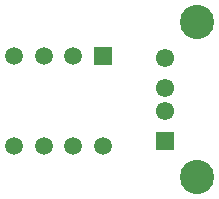
<source format=gbl>
%FSLAX33Y33*%
%MOMM*%
%AMRect-W1500000-H1500000-RO0.500*
21,1,1.5,1.5,0.,0.,270*%
%AMRect-W1550000-H1550000-RO0.500*
21,1,1.55,1.55,0.,0.,270*%
%ADD10C,1.5*%
%ADD11Rect-W1500000-H1500000-RO0.500*%
%ADD12C,2.9*%
%ADD13C,1.55*%
%ADD14Rect-W1550000-H1550000-RO0.500*%
D10*
%LNbottom copper_traces*%
%LNbottom copper component f178ae9f3eb66128*%
G01*
X16900Y13810D03*
X14400Y13810D03*
X11900Y13810D03*
X11900Y6190D03*
X14400Y6190D03*
X16900Y6190D03*
X19400Y6190D03*
D11*
X19400Y13810D03*
%LNbottom copper component c42a6a9a39d68f58*%
D12*
X27405Y3530D03*
X27405Y16670D03*
D13*
X24695Y9100D03*
X24695Y11100D03*
X24695Y13600D03*
D14*
X24695Y6600D03*
M02*
</source>
